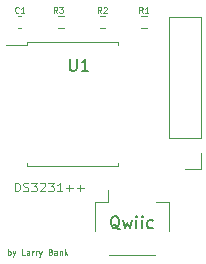
<source format=gbr>
%TF.GenerationSoftware,KiCad,Pcbnew,(6.0.9-0)*%
%TF.CreationDate,2023-01-03T19:06:45+00:00*%
%TF.ProjectId,ds3231_plus,64733332-3331-45f7-906c-75732e6b6963,rev?*%
%TF.SameCoordinates,Original*%
%TF.FileFunction,Legend,Top*%
%TF.FilePolarity,Positive*%
%FSLAX46Y46*%
G04 Gerber Fmt 4.6, Leading zero omitted, Abs format (unit mm)*
G04 Created by KiCad (PCBNEW (6.0.9-0)) date 2023-01-03 19:06:45*
%MOMM*%
%LPD*%
G01*
G04 APERTURE LIST*
%ADD10C,0.125000*%
%ADD11C,0.150000*%
%ADD12C,0.120000*%
G04 APERTURE END LIST*
D10*
X143589285Y-94839285D02*
X143589285Y-94089285D01*
X143767857Y-94089285D01*
X143875000Y-94125000D01*
X143946428Y-94196428D01*
X143982142Y-94267857D01*
X144017857Y-94410714D01*
X144017857Y-94517857D01*
X143982142Y-94660714D01*
X143946428Y-94732142D01*
X143875000Y-94803571D01*
X143767857Y-94839285D01*
X143589285Y-94839285D01*
X144303571Y-94803571D02*
X144410714Y-94839285D01*
X144589285Y-94839285D01*
X144660714Y-94803571D01*
X144696428Y-94767857D01*
X144732142Y-94696428D01*
X144732142Y-94625000D01*
X144696428Y-94553571D01*
X144660714Y-94517857D01*
X144589285Y-94482142D01*
X144446428Y-94446428D01*
X144375000Y-94410714D01*
X144339285Y-94375000D01*
X144303571Y-94303571D01*
X144303571Y-94232142D01*
X144339285Y-94160714D01*
X144375000Y-94125000D01*
X144446428Y-94089285D01*
X144625000Y-94089285D01*
X144732142Y-94125000D01*
X144982142Y-94089285D02*
X145446428Y-94089285D01*
X145196428Y-94375000D01*
X145303571Y-94375000D01*
X145375000Y-94410714D01*
X145410714Y-94446428D01*
X145446428Y-94517857D01*
X145446428Y-94696428D01*
X145410714Y-94767857D01*
X145375000Y-94803571D01*
X145303571Y-94839285D01*
X145089285Y-94839285D01*
X145017857Y-94803571D01*
X144982142Y-94767857D01*
X145732142Y-94160714D02*
X145767857Y-94125000D01*
X145839285Y-94089285D01*
X146017857Y-94089285D01*
X146089285Y-94125000D01*
X146125000Y-94160714D01*
X146160714Y-94232142D01*
X146160714Y-94303571D01*
X146125000Y-94410714D01*
X145696428Y-94839285D01*
X146160714Y-94839285D01*
X146410714Y-94089285D02*
X146875000Y-94089285D01*
X146625000Y-94375000D01*
X146732142Y-94375000D01*
X146803571Y-94410714D01*
X146839285Y-94446428D01*
X146875000Y-94517857D01*
X146875000Y-94696428D01*
X146839285Y-94767857D01*
X146803571Y-94803571D01*
X146732142Y-94839285D01*
X146517857Y-94839285D01*
X146446428Y-94803571D01*
X146410714Y-94767857D01*
X147589285Y-94839285D02*
X147160714Y-94839285D01*
X147375000Y-94839285D02*
X147375000Y-94089285D01*
X147303571Y-94196428D01*
X147232142Y-94267857D01*
X147160714Y-94303571D01*
X147910714Y-94553571D02*
X148482142Y-94553571D01*
X148196428Y-94839285D02*
X148196428Y-94267857D01*
X148839285Y-94553571D02*
X149410714Y-94553571D01*
X149125000Y-94839285D02*
X149125000Y-94267857D01*
X142988095Y-100226190D02*
X142988095Y-99726190D01*
X142988095Y-99916666D02*
X143035714Y-99892857D01*
X143130952Y-99892857D01*
X143178571Y-99916666D01*
X143202380Y-99940476D01*
X143226190Y-99988095D01*
X143226190Y-100130952D01*
X143202380Y-100178571D01*
X143178571Y-100202380D01*
X143130952Y-100226190D01*
X143035714Y-100226190D01*
X142988095Y-100202380D01*
X143392857Y-99892857D02*
X143511904Y-100226190D01*
X143630952Y-99892857D02*
X143511904Y-100226190D01*
X143464285Y-100345238D01*
X143440476Y-100369047D01*
X143392857Y-100392857D01*
X144440476Y-100226190D02*
X144202380Y-100226190D01*
X144202380Y-99726190D01*
X144821428Y-100226190D02*
X144821428Y-99964285D01*
X144797619Y-99916666D01*
X144750000Y-99892857D01*
X144654761Y-99892857D01*
X144607142Y-99916666D01*
X144821428Y-100202380D02*
X144773809Y-100226190D01*
X144654761Y-100226190D01*
X144607142Y-100202380D01*
X144583333Y-100154761D01*
X144583333Y-100107142D01*
X144607142Y-100059523D01*
X144654761Y-100035714D01*
X144773809Y-100035714D01*
X144821428Y-100011904D01*
X145059523Y-100226190D02*
X145059523Y-99892857D01*
X145059523Y-99988095D02*
X145083333Y-99940476D01*
X145107142Y-99916666D01*
X145154761Y-99892857D01*
X145202380Y-99892857D01*
X145369047Y-100226190D02*
X145369047Y-99892857D01*
X145369047Y-99988095D02*
X145392857Y-99940476D01*
X145416666Y-99916666D01*
X145464285Y-99892857D01*
X145511904Y-99892857D01*
X145630952Y-99892857D02*
X145750000Y-100226190D01*
X145869047Y-99892857D02*
X145750000Y-100226190D01*
X145702380Y-100345238D01*
X145678571Y-100369047D01*
X145630952Y-100392857D01*
X146607142Y-99964285D02*
X146678571Y-99988095D01*
X146702380Y-100011904D01*
X146726190Y-100059523D01*
X146726190Y-100130952D01*
X146702380Y-100178571D01*
X146678571Y-100202380D01*
X146630952Y-100226190D01*
X146440476Y-100226190D01*
X146440476Y-99726190D01*
X146607142Y-99726190D01*
X146654761Y-99750000D01*
X146678571Y-99773809D01*
X146702380Y-99821428D01*
X146702380Y-99869047D01*
X146678571Y-99916666D01*
X146654761Y-99940476D01*
X146607142Y-99964285D01*
X146440476Y-99964285D01*
X147154761Y-100226190D02*
X147154761Y-99964285D01*
X147130952Y-99916666D01*
X147083333Y-99892857D01*
X146988095Y-99892857D01*
X146940476Y-99916666D01*
X147154761Y-100202380D02*
X147107142Y-100226190D01*
X146988095Y-100226190D01*
X146940476Y-100202380D01*
X146916666Y-100154761D01*
X146916666Y-100107142D01*
X146940476Y-100059523D01*
X146988095Y-100035714D01*
X147107142Y-100035714D01*
X147154761Y-100011904D01*
X147392857Y-99892857D02*
X147392857Y-100226190D01*
X147392857Y-99940476D02*
X147416666Y-99916666D01*
X147464285Y-99892857D01*
X147535714Y-99892857D01*
X147583333Y-99916666D01*
X147607142Y-99964285D01*
X147607142Y-100226190D01*
X147845238Y-100226190D02*
X147845238Y-99726190D01*
X147892857Y-100035714D02*
X148035714Y-100226190D01*
X148035714Y-99892857D02*
X147845238Y-100083333D01*
D11*
%TO.C,Qwiic*%
X152452380Y-98047619D02*
X152357142Y-98000000D01*
X152261904Y-97904761D01*
X152119047Y-97761904D01*
X152023809Y-97714285D01*
X151928571Y-97714285D01*
X151976190Y-97952380D02*
X151880952Y-97904761D01*
X151785714Y-97809523D01*
X151738095Y-97619047D01*
X151738095Y-97285714D01*
X151785714Y-97095238D01*
X151880952Y-97000000D01*
X151976190Y-96952380D01*
X152166666Y-96952380D01*
X152261904Y-97000000D01*
X152357142Y-97095238D01*
X152404761Y-97285714D01*
X152404761Y-97619047D01*
X152357142Y-97809523D01*
X152261904Y-97904761D01*
X152166666Y-97952380D01*
X151976190Y-97952380D01*
X152738095Y-97285714D02*
X152928571Y-97952380D01*
X153119047Y-97476190D01*
X153309523Y-97952380D01*
X153500000Y-97285714D01*
X153880952Y-97952380D02*
X153880952Y-97285714D01*
X153880952Y-96952380D02*
X153833333Y-97000000D01*
X153880952Y-97047619D01*
X153928571Y-97000000D01*
X153880952Y-96952380D01*
X153880952Y-97047619D01*
X154357142Y-97952380D02*
X154357142Y-97285714D01*
X154357142Y-96952380D02*
X154309523Y-97000000D01*
X154357142Y-97047619D01*
X154404761Y-97000000D01*
X154357142Y-96952380D01*
X154357142Y-97047619D01*
X155261904Y-97904761D02*
X155166666Y-97952380D01*
X154976190Y-97952380D01*
X154880952Y-97904761D01*
X154833333Y-97857142D01*
X154785714Y-97761904D01*
X154785714Y-97476190D01*
X154833333Y-97380952D01*
X154880952Y-97333333D01*
X154976190Y-97285714D01*
X155166666Y-97285714D01*
X155261904Y-97333333D01*
D10*
%TO.C,C1*%
X143916666Y-79678571D02*
X143892857Y-79702380D01*
X143821428Y-79726190D01*
X143773809Y-79726190D01*
X143702380Y-79702380D01*
X143654761Y-79654761D01*
X143630952Y-79607142D01*
X143607142Y-79511904D01*
X143607142Y-79440476D01*
X143630952Y-79345238D01*
X143654761Y-79297619D01*
X143702380Y-79250000D01*
X143773809Y-79226190D01*
X143821428Y-79226190D01*
X143892857Y-79250000D01*
X143916666Y-79273809D01*
X144392857Y-79726190D02*
X144107142Y-79726190D01*
X144250000Y-79726190D02*
X144250000Y-79226190D01*
X144202380Y-79297619D01*
X144154761Y-79345238D01*
X144107142Y-79369047D01*
D11*
%TO.C,U1*%
X148238095Y-83617380D02*
X148238095Y-84426904D01*
X148285714Y-84522142D01*
X148333333Y-84569761D01*
X148428571Y-84617380D01*
X148619047Y-84617380D01*
X148714285Y-84569761D01*
X148761904Y-84522142D01*
X148809523Y-84426904D01*
X148809523Y-83617380D01*
X149809523Y-84617380D02*
X149238095Y-84617380D01*
X149523809Y-84617380D02*
X149523809Y-83617380D01*
X149428571Y-83760238D01*
X149333333Y-83855476D01*
X149238095Y-83903095D01*
D10*
%TO.C,R1*%
X154416666Y-79726190D02*
X154250000Y-79488095D01*
X154130952Y-79726190D02*
X154130952Y-79226190D01*
X154321428Y-79226190D01*
X154369047Y-79250000D01*
X154392857Y-79273809D01*
X154416666Y-79321428D01*
X154416666Y-79392857D01*
X154392857Y-79440476D01*
X154369047Y-79464285D01*
X154321428Y-79488095D01*
X154130952Y-79488095D01*
X154892857Y-79726190D02*
X154607142Y-79726190D01*
X154750000Y-79726190D02*
X154750000Y-79226190D01*
X154702380Y-79297619D01*
X154654761Y-79345238D01*
X154607142Y-79369047D01*
%TO.C,R2*%
X150916666Y-79726190D02*
X150750000Y-79488095D01*
X150630952Y-79726190D02*
X150630952Y-79226190D01*
X150821428Y-79226190D01*
X150869047Y-79250000D01*
X150892857Y-79273809D01*
X150916666Y-79321428D01*
X150916666Y-79392857D01*
X150892857Y-79440476D01*
X150869047Y-79464285D01*
X150821428Y-79488095D01*
X150630952Y-79488095D01*
X151107142Y-79273809D02*
X151130952Y-79250000D01*
X151178571Y-79226190D01*
X151297619Y-79226190D01*
X151345238Y-79250000D01*
X151369047Y-79273809D01*
X151392857Y-79321428D01*
X151392857Y-79369047D01*
X151369047Y-79440476D01*
X151083333Y-79726190D01*
X151392857Y-79726190D01*
%TO.C,R3*%
X147179408Y-79726190D02*
X147012742Y-79488095D01*
X146893694Y-79726190D02*
X146893694Y-79226190D01*
X147084170Y-79226190D01*
X147131789Y-79250000D01*
X147155599Y-79273809D01*
X147179408Y-79321428D01*
X147179408Y-79392857D01*
X147155599Y-79440476D01*
X147131789Y-79464285D01*
X147084170Y-79488095D01*
X146893694Y-79488095D01*
X147346075Y-79226190D02*
X147655599Y-79226190D01*
X147488932Y-79416666D01*
X147560361Y-79416666D01*
X147607980Y-79440476D01*
X147631789Y-79464285D01*
X147655599Y-79511904D01*
X147655599Y-79630952D01*
X147631789Y-79678571D01*
X147607980Y-79702380D01*
X147560361Y-79726190D01*
X147417503Y-79726190D01*
X147369884Y-79702380D01*
X147346075Y-79678571D01*
D12*
%TO.C,Qwiic*%
X156610000Y-95715000D02*
X155560000Y-95715000D01*
X150390000Y-95715000D02*
X151440000Y-95715000D01*
X151440000Y-95715000D02*
X151440000Y-94725000D01*
X150390000Y-98215000D02*
X150390000Y-95715000D01*
X156610000Y-98215000D02*
X156610000Y-95715000D01*
X151560000Y-100185000D02*
X155440000Y-100185000D01*
%TO.C,C1*%
X144140580Y-79990000D02*
X143859420Y-79990000D01*
X144140580Y-81010000D02*
X143859420Y-81010000D01*
%TO.C,U1*%
X152340000Y-92685000D02*
X152340000Y-92430000D01*
X144620000Y-92685000D02*
X144620000Y-92430000D01*
X144620000Y-82165000D02*
X144620000Y-82420000D01*
X148480000Y-92685000D02*
X152340000Y-92685000D01*
X152340000Y-82165000D02*
X152340000Y-82420000D01*
X144620000Y-82420000D02*
X142805000Y-82420000D01*
X148480000Y-82165000D02*
X152340000Y-82165000D01*
X148480000Y-82165000D02*
X144620000Y-82165000D01*
X148480000Y-92685000D02*
X144620000Y-92685000D01*
%TO.C,J2*%
X159330000Y-90305000D02*
X159330000Y-80085000D01*
X159330000Y-91575000D02*
X159330000Y-92905000D01*
X159330000Y-90305000D02*
X156670000Y-90305000D01*
X159330000Y-80085000D02*
X156670000Y-80085000D01*
X159330000Y-92905000D02*
X158000000Y-92905000D01*
X156670000Y-90305000D02*
X156670000Y-80085000D01*
%TO.C,R1*%
X154262742Y-81022500D02*
X154737258Y-81022500D01*
X154262742Y-79977500D02*
X154737258Y-79977500D01*
%TO.C,R2*%
X150762742Y-79977500D02*
X151237258Y-79977500D01*
X150762742Y-81022500D02*
X151237258Y-81022500D01*
%TO.C,R3*%
X147737258Y-79977500D02*
X147262742Y-79977500D01*
X147737258Y-81022500D02*
X147262742Y-81022500D01*
%TD*%
M02*

</source>
